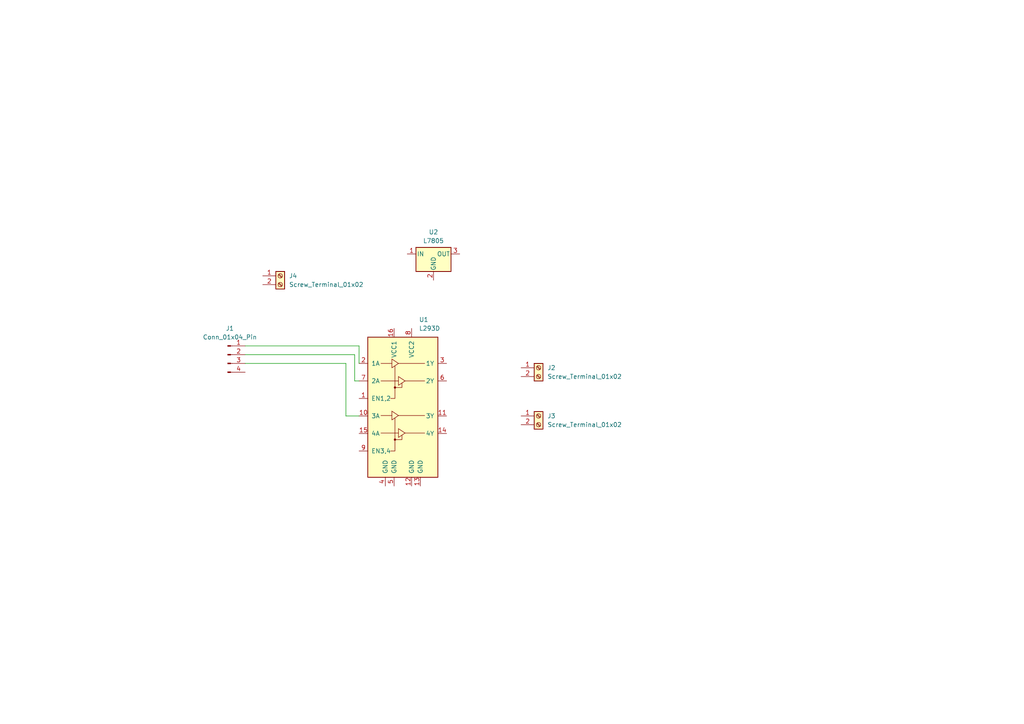
<source format=kicad_sch>
(kicad_sch (version 20250114) (generator "eeschema") (generator_version "9.0")
  (paper "A4")
  (lib_symbols
    (symbol "Connector:Conn_01x04_Pin" (pin_names (offset 1.016) (hide yes))
      (property "Reference" "J" (at 0 5.08 0))
      (property "Value" "Conn_01x04_Pin" (at 0 -7.62 0))
      (symbol "Conn_01x04_Pin_1_1"
        (rectangle (start 0.8636 2.667) (end 0 2.413) (stroke (width 0.1524)) (fill (type outline)))
        (rectangle (start 0.8636 0.127) (end 0 -0.127) (stroke (width 0.1524)) (fill (type outline)))
        (rectangle (start 0.8636 -2.413) (end 0 -2.667) (stroke (width 0.1524)) (fill (type outline)))
        (rectangle (start 0.8636 -4.953) (end 0 -5.207) (stroke (width 0.1524)) (fill (type outline)))
        (polyline (pts (xy 1.27 2.54) (xy 0.8636 2.54)) (stroke (width 0.1524)))
        (polyline (pts (xy 1.27 0) (xy 0.8636 0)) (stroke (width 0.1524)))
        (polyline (pts (xy 1.27 -2.54) (xy 0.8636 -2.54)) (stroke (width 0.1524)))
        (polyline (pts (xy 1.27 -5.08) (xy 0.8636 -5.08)) (stroke (width 0.1524)))
        (pin passive line (at 5.08 2.54 180) (length 3.81) (name "Pin_1") (number "1"))
        (pin passive line (at 5.08 0 180) (length 3.81) (name "Pin_2") (number "2"))
        (pin passive line (at 5.08 -2.54 180) (length 3.81) (name "Pin_3") (number "3"))
        (pin passive line (at 5.08 -5.08 180) (length 3.81) (name "Pin_4") (number "4"))
      )
    )
    (symbol "Connector:Screw_Terminal_01x02" (pin_names (offset 1.016) (hide yes))
      (property "Reference" "J" (at 0 2.54 0))
      (property "Value" "Screw_Terminal_01x02" (at 0 -5.08 0))
      (symbol "Screw_Terminal_01x02_1_1"
        (rectangle (start -1.27 1.27) (end 1.27 -3.81) (stroke (width 0.254)) (fill (type background)))
        (polyline (pts (xy -0.5334 0.3302) (xy 0.3302 -0.508)) (stroke (width 0.1524)))
        (polyline (pts (xy -0.5334 -2.2098) (xy 0.3302 -3.048)) (stroke (width 0.1524)))
        (polyline (pts (xy -0.3556 0.508) (xy 0.508 -0.3302)) (stroke (width 0.1524)))
        (polyline (pts (xy -0.3556 -2.032) (xy 0.508 -2.8702)) (stroke (width 0.1524)))
        (circle (center 0 0) (radius 0.635) (stroke (width 0.1524)))
        (circle (center 0 -2.54) (radius 0.635) (stroke (width 0.1524)))
        (pin passive line (at -5.08 0 0) (length 3.81) (name "Pin_1") (number "1"))
        (pin passive line (at -5.08 -2.54 0) (length 3.81) (name "Pin_2") (number "2"))
      )
    )
    (symbol "Driver_Motor:L293D" (pin_names (offset 1.016))
      (property "Reference" "U" (at -5.08 26.035 0))
      (property "Value" "L293D" (at -5.08 24.13 0))
      (symbol "L293D_0_1"
        (rectangle (start -10.16 22.86) (end 10.16 -17.78) (stroke (width 0.254)) (fill (type background)))
        (polyline (pts (xy -6.35 15.24) (xy -3.175 15.24)))
        (polyline (pts (xy -6.35 10.16) (xy -1.27 10.16)))
        (polyline (pts (xy -6.35 0.127) (xy -3.175 0.127)))
        (polyline (pts (xy -6.35 -4.953) (xy -1.27 -4.953)))
        (polyline (pts (xy -3.175 16.51) (xy -3.175 13.97) (xy -1.27 15.24) (xy -3.175 16.51)))
        (polyline (pts (xy -3.175 1.397) (xy -3.175 -1.143) (xy -1.27 0.127) (xy -3.175 1.397)))
        (polyline (pts (xy -2.286 14.478) (xy -2.286 5.08) (xy -3.556 5.08)))
        (circle (center -2.286 8.255) (radius 0.254) (fill (type outline)))
        (polyline (pts (xy -2.286 8.255) (xy -0.254 8.255) (xy -0.254 9.525)))
        (polyline (pts (xy -2.286 -0.635) (xy -2.286 -10.16) (xy -3.556 -10.16)))
        (circle (center -2.286 -6.858) (radius 0.254) (fill (type outline)))
        (polyline (pts (xy -2.286 -6.858) (xy -0.254 -6.858) (xy -0.254 -5.588)))
        (polyline (pts (xy -1.27 15.24) (xy 6.35 15.24)))
        (polyline (pts (xy -1.27 11.43) (xy -1.27 8.89) (xy 0.635 10.16) (xy -1.27 11.43)))
        (polyline (pts (xy -1.27 0.127) (xy 6.35 0.127)))
        (polyline (pts (xy -1.27 -3.683) (xy -1.27 -6.223) (xy 0.635 -4.953) (xy -1.27 -3.683)))
        (polyline (pts (xy 0.635 10.16) (xy 6.35 10.16)))
        (polyline (pts (xy 0.635 -4.953) (xy 6.35 -4.953)))
      )
      (symbol "L293D_1_1"
        (pin input line (at -12.7 15.24 0) (length 2.54) (name "1A") (number "2"))
        (pin input line (at -12.7 10.16 0) (length 2.54) (name "2A") (number "7"))
        (pin input line (at -12.7 5.08 0) (length 2.54) (name "EN1,2") (number "1"))
        (pin input line (at -12.7 0 0) (length 2.54) (name "3A") (number "10"))
        (pin input line (at -12.7 -5.08 0) (length 2.54) (name "4A") (number "15"))
        (pin input line (at -12.7 -10.16 0) (length 2.54) (name "EN3,4") (number "9"))
        (pin power_in line (at -5.08 -20.32 90) (length 2.54) (name "GND") (number "4"))
        (pin power_in line (at -2.54 25.4 270) (length 2.54) (name "VCC1") (number "16"))
        (pin power_in line (at -2.54 -20.32 90) (length 2.54) (name "GND") (number "5"))
        (pin power_in line (at 2.54 25.4 270) (length 2.54) (name "VCC2") (number "8"))
        (pin power_in line (at 2.54 -20.32 90) (length 2.54) (name "GND") (number "12"))
        (pin power_in line (at 5.08 -20.32 90) (length 2.54) (name "GND") (number "13"))
        (pin output line (at 12.7 15.24 180) (length 2.54) (name "1Y") (number "3"))
        (pin output line (at 12.7 10.16 180) (length 2.54) (name "2Y") (number "6"))
        (pin output line (at 12.7 0 180) (length 2.54) (name "3Y") (number "11"))
        (pin output line (at 12.7 -5.08 180) (length 2.54) (name "4Y") (number "14"))
      )
    )
    (symbol "Regulator_Linear:L7805" (pin_names (offset 0.254))
      (property "Reference" "U" (at -3.81 3.175 0))
      (property "Value" "L7805" (at 0 3.175 0))
      (symbol "L7805_0_1"
        (rectangle (start -5.08 1.905) (end 5.08 -5.08) (stroke (width 0.254)) (fill (type background)))
      )
      (symbol "L7805_1_1"
        (pin power_in line (at -7.62 0 0) (length 2.54) (name "IN") (number "1"))
        (pin power_in line (at 0 -7.62 90) (length 2.54) (name "GND") (number "2"))
        (pin power_out line (at 7.62 0 180) (length 2.54) (name "OUT") (number "3"))
      )
    )
  )
  (wire (pts (xy 71.12 102.87) (xy 102.87 102.87)))
  (wire (pts (xy 104.14 100.33) (xy 104.14 105.41)))
  (wire (pts (xy 102.87 110.49) (xy 104.14 110.49)))
  (wire (pts (xy 100.33 105.41) (xy 100.33 120.65)))
  (wire (pts (xy 71.12 100.33) (xy 104.14 100.33)))
  (wire (pts (xy 71.12 105.41) (xy 100.33 105.41)))
  (wire (pts (xy 100.33 120.65) (xy 104.14 120.65)))
  (wire (pts (xy 102.87 102.87) (xy 102.87 110.49)))
  (symbol (lib_id "Connector:Conn_01x04_Pin") (at 66.04 102.87 0) (unit 1)
    (property "Reference" "J1" (at 66.675 95.25 0))
    (property "Value" "Conn_01x04_Pin" (at 66.675 97.79 0))
    (property "Description" "Generic connector, single row, 01x04, script generated" (effects (hide yes)))
  )
  (symbol (lib_id "Connector:Screw_Terminal_01x02") (at 156.21 120.65 0) (unit 1)
    (property "Reference" "J3" (at 158.75 120.6499 0) (effects (justify left)))
    (property "Value" "Screw_Terminal_01x02" (at 158.75 123.1899 0) (effects (justify left)))
    (property "Description" "Generic screw terminal, single row, 01x02, script generated (kicad-library-utils/schlib/autogen/connector/)" (effects (hide yes)))
  )
  (symbol (lib_id "Connector:Screw_Terminal_01x02") (at 81.28 80.01 0) (unit 1)
    (property "Reference" "J4" (at 83.82 80.0099 0) (effects (justify left)))
    (property "Value" "Screw_Terminal_01x02" (at 83.82 82.5499 0) (effects (justify left)))
    (property "Description" "Generic screw terminal, single row, 01x02, script generated (kicad-library-utils/schlib/autogen/connector/)" (effects (hide yes)))
  )
  (symbol (lib_id "Regulator_Linear:L7805") (at 125.73 73.66 0) (unit 1)
    (property "Reference" "U2" (at 125.73 67.31 0))
    (property "Value" "L7805" (at 125.73 69.85 0))
    (property "Datasheet" "http://www.st.com/content/ccc/resource/technical/document/datasheet/41/4f/b3/b0/12/d4/47/88/CD00000444.pdf/files/CD00000444.pdf/jcr:content/translations/en.CD00000444.pdf" (effects (hide yes)))
    (property "Description" "Positive 1.5A 35V Linear Regulator, Fixed Output 5V, TO-220/TO-263/TO-252" (effects (hide yes)))
  )
  (symbol (lib_id "Driver_Motor:L293D") (at 116.84 120.65 0) (unit 1)
    (property "Reference" "U1" (at 121.5233 92.71 0) (effects (justify left)))
    (property "Value" "L293D" (at 121.5233 95.25 0) (effects (justify left)))
    (property "Footprint" "Package_DIP:DIP-16_W7.62mm" (effects (hide yes)))
    (property "Datasheet" "http://www.ti.com/lit/ds/symlink/l293.pdf" (effects (hide yes)))
    (property "Description" "Quadruple Half-H Drivers" (effects (hide yes)))
  )
  (symbol (lib_id "Connector:Screw_Terminal_01x02") (at 156.21 106.68 0) (unit 1)
    (property "Reference" "J2" (at 158.75 106.6799 0) (effects (justify left)))
    (property "Value" "Screw_Terminal_01x02" (at 158.75 109.2199 0) (effects (justify left)))
    (property "Description" "Generic screw terminal, single row, 01x02, script generated (kicad-library-utils/schlib/autogen/connector/)" (effects (hide yes)))
  )
)
</source>
